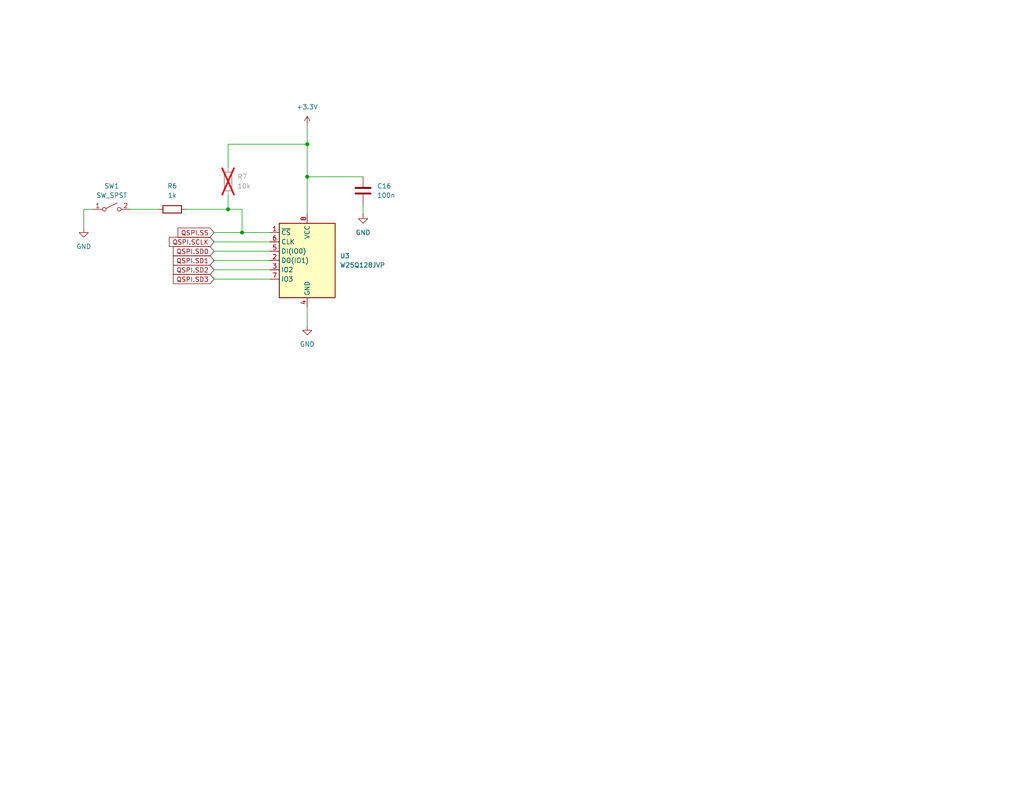
<source format=kicad_sch>
(kicad_sch (version 20231120) (generator "eeschema") (generator_version "8.0")
  (paper "A")
  (title_block (title "Jolt 2 - Left"))
  (lib_symbols
    (symbol "Device:C" (pin_numbers hide) (pin_names (offset 0.254))
      (property "Reference" "C" (at 0.635 2.54 0))
      (property "Value" "C" (at 0.635 -2.54 0))
      (symbol "C_0_1"
        (polyline (pts (xy -2.032 -0.762) (xy 2.032 -0.762)) (stroke (width 0.508)))
        (polyline (pts (xy -2.032 0.762) (xy 2.032 0.762)) (stroke (width 0.508)))
      )
      (symbol "C_1_1"
        (pin passive line (at 0 3.81 270) (length 2.794) (name "~") (number "1"))
        (pin passive line (at 0 -3.81 90) (length 2.794) (name "~") (number "2"))
      )
    )
    (symbol "Device:R" (pin_numbers hide) (pin_names (offset 0))
      (property "Reference" "R" (at 2.032 0 90))
      (property "Value" "R" (at 0 0 90))
      (symbol "R_0_1"
        (rectangle (start -1.016 -2.54) (end 1.016 2.54) (stroke (width 0.254)))
      )
      (symbol "R_1_1"
        (pin passive line (at 0 3.81 270) (length 1.27) (name "~") (number "1"))
        (pin passive line (at 0 -3.81 90) (length 1.27) (name "~") (number "2"))
      )
    )
    (symbol "Memory_Flash:W25Q128JVP"
      (property "Reference" "U" (at -6.35 11.43 0))
      (property "Value" "W25Q128JVP" (at 7.62 11.43 0))
      (symbol "W25Q128JVP_0_1"
        (rectangle (start -7.62 10.16) (end 7.62 -10.16) (stroke (width 0.254)) (fill (type background)))
      )
      (symbol "W25Q128JVP_1_1"
        (pin input line (at -10.16 7.62 0) (length 2.54) (name "~{CS}") (number "1"))
        (pin bidirectional line (at -10.16 0 0) (length 2.54) (name "DO(IO1)") (number "2"))
        (pin bidirectional line (at -10.16 -2.54 0) (length 2.54) (name "IO2") (number "3"))
        (pin power_in line (at 0 -12.7 90) (length 2.54) (name "GND") (number "4"))
        (pin bidirectional line (at -10.16 2.54 0) (length 2.54) (name "DI(IO0)") (number "5"))
        (pin input line (at -10.16 5.08 0) (length 2.54) (name "CLK") (number "6"))
        (pin bidirectional line (at -10.16 -5.08 0) (length 2.54) (name "IO3") (number "7"))
        (pin power_in line (at 0 12.7 270) (length 2.54) (name "VCC") (number "8"))
      )
    )
    (symbol "Switch:SW_SPST" (pin_names (offset 0) hide)
      (property "Reference" "SW" (at 0 3.175 0))
      (property "Value" "SW_SPST" (at 0 -2.54 0))
      (symbol "SW_SPST_0_0"
        (circle (center -2.032 0) (radius 0.508))
        (polyline (pts (xy -1.524 0.254) (xy 1.524 1.778)))
        (circle (center 2.032 0) (radius 0.508))
      )
      (symbol "SW_SPST_1_1"
        (pin passive line (at -5.08 0 0) (length 2.54) (name "A") (number "1"))
        (pin passive line (at 5.08 0 180) (length 2.54) (name "B") (number "2"))
      )
    )
    (symbol "power:+3.3V" (power) (pin_numbers hide) (pin_names (offset 0) hide)
      (property "Value" "+3.3V" (at 0 3.556 0))
      (symbol "+3.3V_0_1"
        (polyline (pts (xy -0.762 1.27) (xy 0 2.54)))
        (polyline (pts (xy 0 0) (xy 0 2.54)))
        (polyline (pts (xy 0 2.54) (xy 0.762 1.27)))
      )
      (symbol "+3.3V_1_1"
        (pin power_in line (at 0 0 90) (length 0) (name "~") (number "1"))
      )
    )
    (symbol "power:GND" (power) (pin_numbers hide) (pin_names (offset 0) hide)
      (property "Value" "GND" (at 0 -3.81 0))
      (symbol "GND_0_1"
        (polyline (pts (xy 0 0) (xy 0 -1.27) (xy 1.27 -1.27) (xy 0 -2.54) (xy -1.27 -1.27) (xy 0 -1.27)))
      )
      (symbol "GND_1_1"
        (pin power_in line (at 0 0 270) (length 0) (name "~") (number "1"))
      )
    )
  )
  (junction (at 66.04 63.5))
  (junction (at 62.23 57.15))
  (junction (at 83.82 39.37))
  (junction (at 83.82 48.26))
  (wire (pts (xy 58.42 68.58) (xy 73.66 68.58)))
  (wire (pts (xy 22.86 57.15) (xy 22.86 62.23)))
  (wire (pts (xy 83.82 48.26) (xy 99.06 48.26)))
  (wire (pts (xy 25.4 57.15) (xy 22.86 57.15)))
  (wire (pts (xy 58.42 66.04) (xy 73.66 66.04)))
  (wire (pts (xy 58.42 76.2) (xy 73.66 76.2)))
  (wire (pts (xy 62.23 45.72) (xy 62.23 39.37)))
  (wire (pts (xy 83.82 39.37) (xy 83.82 48.26)))
  (wire (pts (xy 66.04 57.15) (xy 66.04 63.5)))
  (wire (pts (xy 83.82 83.82) (xy 83.82 88.9)))
  (wire (pts (xy 83.82 48.26) (xy 83.82 58.42)))
  (wire (pts (xy 58.42 71.12) (xy 73.66 71.12)))
  (wire (pts (xy 62.23 57.15) (xy 66.04 57.15)))
  (wire (pts (xy 50.8 57.15) (xy 62.23 57.15)))
  (wire (pts (xy 66.04 63.5) (xy 73.66 63.5)))
  (wire (pts (xy 35.56 57.15) (xy 43.18 57.15)))
  (wire (pts (xy 62.23 39.37) (xy 83.82 39.37)))
  (wire (pts (xy 58.42 73.66) (xy 73.66 73.66)))
  (wire (pts (xy 62.23 53.34) (xy 62.23 57.15)))
  (wire (pts (xy 83.82 34.29) (xy 83.82 39.37)))
  (wire (pts (xy 99.06 55.88) (xy 99.06 58.42)))
  (wire (pts (xy 58.42 63.5) (xy 66.04 63.5)))
  (global_label "QSPI.SD2" (shape input) (at 58.42 73.66 180) (property "Intersheetrefs" "${INTERSHEET_REFS}" (effects (hide yes))))
  (global_label "QSPI.SS" (shape input) (at 58.42 63.5 180) (property "Intersheetrefs" "${INTERSHEET_REFS}" (effects (hide yes))))
  (global_label "QSPI.SD3" (shape input) (at 58.42 76.2 180) (property "Intersheetrefs" "${INTERSHEET_REFS}" (effects (hide yes))))
  (global_label "QSPI.SCLK" (shape input) (at 58.42 66.04 180) (property "Intersheetrefs" "${INTERSHEET_REFS}" (effects (hide yes))))
  (global_label "QSPI.SD1" (shape input) (at 58.42 71.12 180) (property "Intersheetrefs" "${INTERSHEET_REFS}" (effects (hide yes))))
  (global_label "QSPI.SD0" (shape input) (at 58.42 68.58 180) (property "Intersheetrefs" "${INTERSHEET_REFS}" (effects (hide yes))))
  (symbol (lib_id "Switch:SW_SPST") (at 30.48 57.15 0) (unit 1)
    (property "Reference" "SW1" (at 30.48 50.8 0))
    (property "Value" "SW_SPST" (at 30.48 53.34 0))
    (property "Footprint" "Button_Switch_SMD:SW_Push_1P1T_NO_CK_KMR2" (effects (hide yes)))
    (property "Description" "Single Pole Single Throw (SPST) switch" (effects (hide yes)))
  )
  (symbol (lib_id "Device:C") (at 99.06 52.07 0) (unit 1)
    (property "Reference" "C16" (at 102.87 50.7999 0) (effects (justify left)))
    (property "Value" "100n" (at 102.87 53.3399 0) (effects (justify left)))
    (property "Footprint" "Capacitor_SMD:C_0402_1005Metric" (effects (hide yes)))
    (property "Description" "Unpolarized capacitor" (effects (hide yes)))
  )
  (symbol (lib_id "Memory_Flash:W25Q128JVP") (at 83.82 71.12 0) (unit 1)
    (property "Reference" "U3" (at 92.71 69.8499 0) (effects (justify left)))
    (property "Value" "W25Q128JVP" (at 92.71 72.3899 0) (effects (justify left)))
    (property "Footprint" "Package_SON:WSON-8-1EP_6x5mm_P1.27mm_EP3.4x4.3mm" (effects (hide yes)))
    (property "Datasheet" "https://www.winbond.com/resource-files/w25q128jv_dtr%20revc%2003272018%20plus.pdf" (effects (hide yes)))
    (property "Description" "128Mb Serial Flash Memory, Standard/Dual/Quad SPI, WSON-8" (effects (hide yes)))
  )
  (symbol (lib_id "power:GND") (at 99.06 58.42 0) (unit 1)
    (property "Reference" "#PWR018" (effects (hide yes)))
    (property "Value" "GND" (at 99.06 63.5 0))
    (property "Description" "Power symbol creates a global label with name \"GND\" , ground" (effects (hide yes)))
  )
  (symbol (lib_id "power:+3.3V") (at 83.82 34.29 0) (unit 1)
    (property "Reference" "#PWR016" (effects (hide yes)))
    (property "Value" "+3.3V" (at 83.82 29.21 0))
    (property "Description" "Power symbol creates a global label with name \"+3.3V\"" (effects (hide yes)))
  )
  (symbol (lib_id "Device:R") (at 46.99 57.15 90) (unit 1)
    (property "Reference" "R6" (at 46.99 50.8 90))
    (property "Value" "1k" (at 46.99 53.34 90))
    (property "Footprint" "Resistor_SMD:R_0402_1005Metric" (effects (hide yes)))
    (property "Description" "Resistor" (effects (hide yes)))
  )
  (symbol (lib_id "power:GND") (at 22.86 62.23 0) (unit 1)
    (property "Reference" "#PWR019" (effects (hide yes)))
    (property "Value" "GND" (at 22.86 67.31 0))
    (property "Description" "Power symbol creates a global label with name \"GND\" , ground" (effects (hide yes)))
  )
  (symbol (lib_id "Device:R") (at 62.23 49.53 180) (unit 1) (dnp yes)
    (property "Reference" "R7" (at 64.77 48.2599 0) (effects (justify right)))
    (property "Value" "10k" (at 64.77 50.7999 0) (effects (justify right)))
    (property "Footprint" "Resistor_SMD:R_0402_1005Metric" (effects (hide yes)))
    (property "Description" "Resistor" (effects (hide yes)))
  )
  (symbol (lib_id "power:GND") (at 83.82 88.9 0) (unit 1)
    (property "Reference" "#PWR017" (effects (hide yes)))
    (property "Value" "GND" (at 83.82 93.98 0))
    (property "Description" "Power symbol creates a global label with name \"GND\" , ground" (effects (hide yes)))
  )
)
</source>
